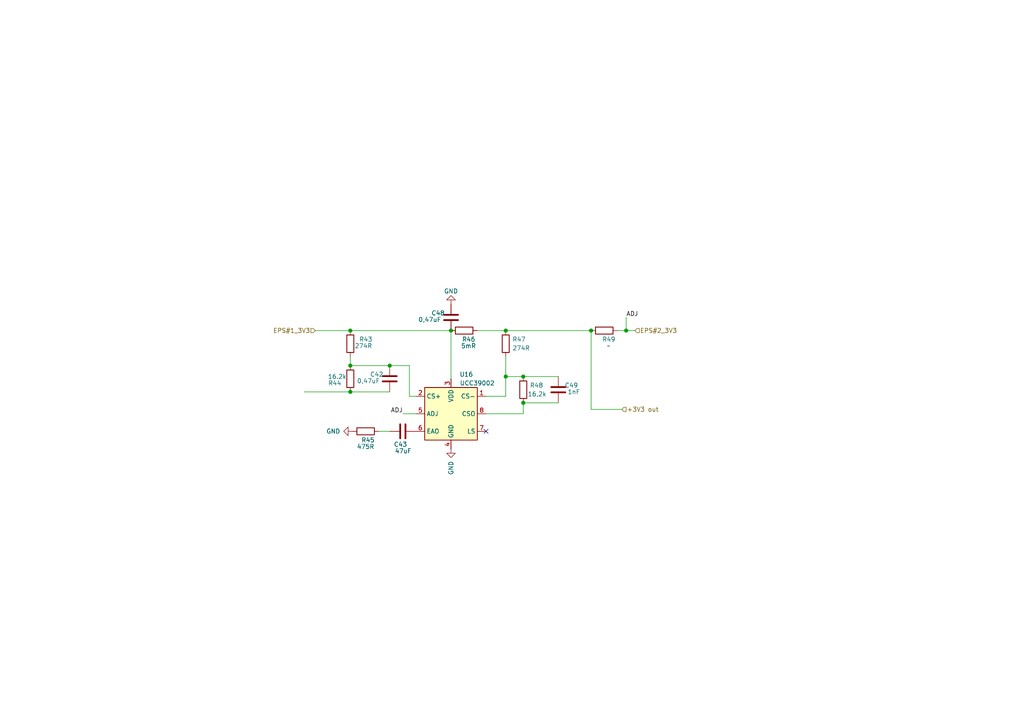
<source format=kicad_sch>
(kicad_sch (version 20210621) (generator eeschema)
  (paper "A4")
  (lib_symbols
    (symbol "Device:C" (pin_numbers hide) (pin_names (offset 0.254))
      (property "Reference" "C" (at 0.635 2.54 0))
      (property "Value" "C" (at 0.635 -2.54 0))
      (symbol "C_0_1"
        (polyline (pts (xy -2.032 -0.762) (xy 2.032 -0.762)) (stroke (width 0.508)))
        (polyline (pts (xy -2.032 0.762) (xy 2.032 0.762)) (stroke (width 0.508)))
      )
      (symbol "C_1_1"
        (pin passive line (at 0 3.81 270) (length 2.794) (name "~") (number "1"))
        (pin passive line (at 0 -3.81 90) (length 2.794) (name "~") (number "2"))
      )
    )
    (symbol "Device:R" (pin_numbers hide) (pin_names (offset 0))
      (property "Reference" "R" (at 2.032 0 90))
      (property "Value" "R" (at 0 0 90))
      (symbol "R_0_1"
        (rectangle (start -1.016 -2.54) (end 1.016 2.54) (stroke (width 0.254)))
      )
      (symbol "R_1_1"
        (pin passive line (at 0 3.81 270) (length 1.27) (name "~") (number "1"))
        (pin passive line (at 0 -3.81 90) (length 1.27) (name "~") (number "2"))
      )
    )
    (symbol "Power_Management:UCC39002D"
      (property "Reference" "U" (at -6.35 8.89 0))
      (property "Value" "UCC39002D" (at 2.54 8.89 0))
      (symbol "UCC39002D_0_1"
        (rectangle (start -7.62 7.62) (end 7.62 -7.62) (stroke (width 0.254)) (fill (type background)))
      )
      (symbol "UCC39002D_1_1"
        (pin input line (at 10.16 5.08 180) (length 2.54) (name "CS-") (number "1"))
        (pin input line (at -10.16 5.08 0) (length 2.54) (name "CS+") (number "2"))
        (pin power_in line (at 0 10.16 270) (length 2.54) (name "VDD") (number "3"))
        (pin power_in line (at 0 -10.16 90) (length 2.54) (name "GND") (number "4"))
        (pin open_collector line (at -10.16 0 0) (length 2.54) (name "ADJ") (number "5"))
        (pin passive line (at -10.16 -5.08 0) (length 2.54) (name "EAO") (number "6"))
        (pin passive line (at 10.16 -5.08 180) (length 2.54) (name "LS") (number "7"))
        (pin output line (at 10.16 0 180) (length 2.54) (name "CSO") (number "8"))
      )
    )
    (symbol "power:GND" (power) (pin_names (offset 0))
      (property "Value" "GND" (at 0 -3.81 0))
      (symbol "GND_0_1"
        (polyline (pts (xy 0 0) (xy 0 -1.27) (xy 1.27 -1.27) (xy 0 -2.54) (xy -1.27 -1.27) (xy 0 -1.27)))
      )
      (symbol "GND_1_1"
        (pin power_in line (at 0 0 270) (length 0) hide (name "GND") (number "1"))
      )
    )
  )
  (junction (at 101.6 95.885) (diameter 1.016))
  (junction (at 101.6 106.045) (diameter 1.016))
  (junction (at 101.6 113.665) (diameter 1.016))
  (junction (at 113.03 106.045) (diameter 1.016))
  (junction (at 130.81 95.885) (diameter 1.016))
  (junction (at 146.685 95.885) (diameter 1.016))
  (junction (at 146.685 109.22) (diameter 1.016))
  (junction (at 151.765 109.22) (diameter 1.016))
  (junction (at 151.765 116.84) (diameter 1.016))
  (junction (at 171.45 95.885) (diameter 1.016))
  (junction (at 181.61 95.885) (diameter 1.016))
  (no_connect (at 140.97 125.095))
  (wire (pts (xy 88.265 113.665) (xy 101.6 113.665)))
  (wire (pts (xy 101.6 95.885) (xy 91.44 95.885)))
  (wire (pts (xy 101.6 103.505) (xy 101.6 106.045)))
  (wire (pts (xy 101.6 106.045) (xy 113.03 106.045)))
  (wire (pts (xy 101.6 113.665) (xy 113.03 113.665)))
  (wire (pts (xy 109.855 125.095) (xy 113.03 125.095)))
  (wire (pts (xy 113.03 106.045) (xy 118.745 106.045)))
  (wire (pts (xy 116.84 120.015) (xy 120.65 120.015)))
  (wire (pts (xy 118.745 114.935) (xy 118.745 106.045)))
  (wire (pts (xy 120.65 114.935) (xy 118.745 114.935)))
  (wire (pts (xy 130.81 95.885) (xy 101.6 95.885)))
  (wire (pts (xy 130.81 109.855) (xy 130.81 95.885)))
  (wire (pts (xy 138.43 95.885) (xy 146.685 95.885)))
  (wire (pts (xy 140.97 114.935) (xy 146.685 114.935)))
  (wire (pts (xy 140.97 120.015) (xy 151.765 120.015)))
  (wire (pts (xy 146.685 95.885) (xy 171.45 95.885)))
  (wire (pts (xy 146.685 103.505) (xy 146.685 109.22)))
  (wire (pts (xy 146.685 109.22) (xy 146.685 114.935)))
  (wire (pts (xy 146.685 109.22) (xy 151.765 109.22)))
  (wire (pts (xy 151.765 109.22) (xy 161.925 109.22)))
  (wire (pts (xy 151.765 116.84) (xy 161.925 116.84)))
  (wire (pts (xy 151.765 120.015) (xy 151.765 116.84)))
  (wire (pts (xy 171.45 95.885) (xy 171.45 118.745)))
  (wire (pts (xy 171.45 118.745) (xy 180.34 118.745)))
  (wire (pts (xy 179.07 95.885) (xy 181.61 95.885)))
  (wire (pts (xy 181.61 92.075) (xy 181.61 95.885)))
  (wire (pts (xy 181.61 95.885) (xy 184.15 95.885)))
  (label "ADJ" (at 116.84 120.015 180))
  (label "ADJ" (at 181.61 92.075 0))
  (hierarchical_label "EPS#1_3V3" (shape input) (at 91.44 95.885 180))
  (hierarchical_label "+3V3 out" (shape input) (at 180.34 118.745 0))
  (hierarchical_label "EPS#2_3V3" (shape input) (at 184.15 95.885 0))
  (symbol (lib_id "power:GND") (at 102.235 125.095 270) (unit 1)
    (property "Reference" "#PWR0141" (effects hide))
    (property "Value" "GND" (at 94.615 125.0949 90) (effects (justify left)))
  )
  (symbol (lib_id "power:GND") (at 130.81 88.265 180) (unit 1)
    (property "Reference" "#PWR0140" (effects hide))
    (property "Value" "GND" (at 130.81 84.455 0))
  )
  (symbol (lib_id "power:GND") (at 130.81 130.175 0) (unit 1)
    (property "Reference" "#PWR0142" (effects hide))
    (property "Value" "GND" (at 130.8099 137.795 90) (effects (justify left)))
  )
  (symbol (lib_id "Device:R") (at 101.6 99.695 0) (unit 1)
    (property "Reference" "R43" (at 104.1401 98.425 0) (effects (justify left)))
    (property "Value" "274R" (at 105.41 100.33 0))
  )
  (symbol (lib_id "Device:R") (at 101.6 109.855 180) (unit 1)
    (property "Reference" "R44" (at 99.0599 111.125 0) (effects (justify left)))
    (property "Value" "16.2k" (at 97.79 109.22 0))
  )
  (symbol (lib_id "Device:R") (at 106.045 125.095 270) (unit 1)
    (property "Reference" "R45" (at 104.7751 127.635 90) (effects (justify left)))
    (property "Value" "475R" (at 106.045 129.54 90))
  )
  (symbol (lib_id "Device:R") (at 134.62 95.885 270) (unit 1)
    (property "Reference" "R46" (at 133.9851 98.425 90) (effects (justify left)))
    (property "Value" "5mR" (at 135.89 100.33 90))
  )
  (symbol (lib_id "Device:R") (at 146.685 99.695 0) (unit 1)
    (property "Reference" "R47" (at 148.59 98.4249 0) (effects (justify left)))
    (property "Value" "274R" (at 148.59 100.9649 0) (effects (justify left)))
  )
  (symbol (lib_id "Device:R") (at 151.765 113.03 0) (unit 1)
    (property "Reference" "R48" (at 153.67 111.7599 0) (effects (justify left)))
    (property "Value" "16,2k" (at 153.035 114.2999 0) (effects (justify left)))
  )
  (symbol (lib_id "Device:R") (at 175.26 95.885 270) (unit 1)
    (property "Reference" "R49" (at 174.6251 98.425 90) (effects (justify left)))
    (property "Value" "~" (at 176.53 100.33 90))
  )
  (symbol (lib_id "Device:C") (at 113.03 109.855 180) (unit 1)
    (property "Reference" "C42" (at 107.315 108.5849 0) (effects (justify right)))
    (property "Value" "0,47uF" (at 103.505 110.4899 0) (effects (justify right)))
  )
  (symbol (lib_id "Device:C") (at 116.84 125.095 270) (unit 1)
    (property "Reference" "C43" (at 118.1099 128.905 90) (effects (justify right)))
    (property "Value" "47uF" (at 119.3799 130.81 90) (effects (justify right)))
  )
  (symbol (lib_id "Device:C") (at 130.81 92.075 180) (unit 1)
    (property "Reference" "C48" (at 125.095 90.8049 0) (effects (justify right)))
    (property "Value" "0,47uF" (at 121.285 92.7099 0) (effects (justify right)))
  )
  (symbol (lib_id "Device:C") (at 161.925 113.03 180) (unit 1)
    (property "Reference" "C49" (at 165.735 111.76 0))
    (property "Value" "1nF" (at 168.275 113.665 0) (effects (justify left)))
  )
  (symbol (lib_id "Power_Management:UCC39002D") (at 130.81 120.015 0) (unit 1)
    (property "Reference" "U16" (at 135.255 108.585 0))
    (property "Value" "UCC39002" (at 133.35 111.125 0) (effects (justify left)))
    (property "Datasheet" "http://www.ti.com/lit/ds/slus495i/slus495i.pdf" (effects hide))
  )
)
</source>
